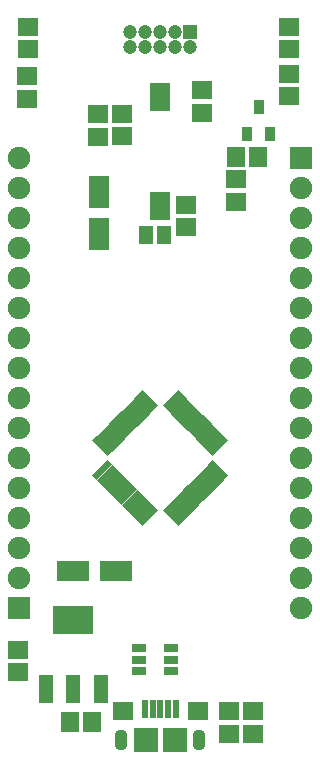
<source format=gbr>
%TF.GenerationSoftware,Novarm,DipTrace Beta,2.9.0.1*%
%TF.CreationDate,2015-11-14T18:18:49-04:00*%
%FSLAX35Y35*%
%MOMM*%
%TF.FileFunction,Soldermask,Top*%
%TF.Part,Single*%
%AMOUTLINE1*
4,1,4,
0.45963,0.81319,
0.81319,0.45963,
-0.45963,-0.81319,
-0.81319,-0.45963,
0.45963,0.81319,
0*%
%AMOUTLINE4*
4,1,4,
-0.81319,0.45963,
-0.45963,0.81319,
0.81319,-0.45963,
0.45963,-0.81319,
-0.81319,0.45963,
0*%
%ADD29R,1.9X1.9*%
%ADD55R,3.45X2.35*%
%ADD57R,1.15X2.35*%
%ADD59R,1.3X0.8*%
%ADD61R,1.8X2.4*%
%ADD63R,0.85X1.25*%
%ADD67R,1.2X1.55*%
%ADD69R,0.6X1.55*%
%ADD71R,1.8X1.6*%
%ADD73O,1.1X1.8*%
%ADD75R,2.1X2.1*%
%ADD76C,1.2*%
%ADD78R,1.2X1.2*%
%ADD80C,1.9*%
%ADD85R,1.5X1.7*%
%ADD87R,1.8X2.8*%
%ADD89R,1.7X1.5*%
%ADD91R,2.8X1.8*%
%ADD97OUTLINE1*%
%ADD100OUTLINE4*%
G75*
G01*
%LPD*%
D91*
X1968861Y2581341D3*
X1608861D3*
D87*
X1823214Y5435147D3*
Y5795147D3*
D89*
X2018541Y6267961D3*
Y6457961D3*
X3129124Y1207551D3*
Y1397551D3*
D85*
X1767547Y1304701D3*
X1577547D3*
D89*
X1137544Y1916554D3*
Y1726554D3*
X1226061Y7001001D3*
Y7191001D3*
X3430781D3*
Y7001001D3*
D29*
X1152401Y2270001D3*
D80*
Y2524001D3*
Y2778001D3*
Y3032001D3*
Y3286001D3*
Y3540001D3*
Y3794001D3*
Y4048001D3*
Y4302001D3*
Y4556001D3*
Y4810001D3*
Y5064001D3*
Y5318001D3*
Y5572001D3*
Y5826001D3*
Y6080001D3*
D78*
X2600201Y7146801D3*
D76*
X2473201D3*
X2346201D3*
X2219201D3*
X2092201D3*
X2600201Y7019801D3*
X2473201D3*
X2346201D3*
X2219201D3*
X2092201D3*
D29*
X3540001Y6080001D3*
D80*
Y5826001D3*
Y5572001D3*
Y5318001D3*
Y5064001D3*
Y4810001D3*
Y4556001D3*
Y4302001D3*
Y4048001D3*
Y3794001D3*
Y3540001D3*
Y3286001D3*
Y3032001D3*
Y2778001D3*
Y2524001D3*
Y2270001D3*
D75*
X2466201Y1152401D3*
X2226201D3*
D73*
X2016201D3*
X2676201D3*
D71*
X2026201Y1397401D3*
X2666201D3*
D69*
X2216201Y1419901D3*
X2281201D3*
X2346201D3*
X2411201D3*
X2476201D3*
D67*
X2376114Y5432807D3*
X2226114D3*
D63*
X3081587Y6286671D3*
X3271587D3*
X3176587Y6516671D3*
D89*
X2699171Y6655761D3*
Y6465761D3*
X2565031Y5686454D3*
Y5496454D3*
X1820421Y6262881D3*
Y6452881D3*
X2925924Y1398051D3*
Y1208051D3*
X1219951Y6582641D3*
Y6772641D3*
X3430781Y6603241D3*
Y6793241D3*
X2983097Y5711247D3*
Y5901247D3*
D85*
X3172274Y6090164D3*
X2982274D3*
D61*
X2346201Y5678681D3*
Y6598681D3*
D97*
X2837636Y3642531D3*
X2802283Y3677887D3*
X2766926Y3713241D3*
X2731573Y3748597D3*
X2696216Y3783954D3*
X2660860Y3819307D3*
X2625506Y3854664D3*
X2590150Y3890017D3*
X2554793Y3925374D3*
X2519440Y3960731D3*
X2484083Y3996084D3*
X2448730Y4031441D3*
D100*
X2243666D3*
X2208313Y3996084D3*
X2172956Y3960731D3*
X2137603Y3925374D3*
X2102246Y3890017D3*
X2066890Y3854664D3*
X2031536Y3819307D3*
X1996180Y3783954D3*
X1960826Y3748597D3*
X1925470Y3713241D3*
X1890113Y3677887D3*
X1854760Y3642531D3*
D97*
Y3437471D3*
X1890113Y3402114D3*
X1925470Y3366761D3*
X1960826Y3331404D3*
X1996180Y3296047D3*
X2031536Y3260694D3*
X2066890Y3225337D3*
X2102246Y3189984D3*
X2137603Y3154627D3*
X2172956Y3119271D3*
X2208313Y3083917D3*
X2243666Y3048561D3*
D100*
X2448730D3*
X2484083Y3083917D3*
X2519440Y3119271D3*
X2554793Y3154627D3*
X2590150Y3189984D3*
X2625506Y3225337D3*
X2660860Y3260694D3*
X2696216Y3296047D3*
X2731573Y3331404D3*
X2766926Y3366761D3*
X2802283Y3402114D3*
X2837636Y3437471D3*
D59*
X2438914Y1740624D3*
Y1835624D3*
Y1930624D3*
X2168914D3*
Y1835624D3*
Y1740624D3*
D57*
X1379701Y1589927D3*
X1609701D3*
X1839701D3*
D55*
X1609701Y2169927D3*
M02*

</source>
